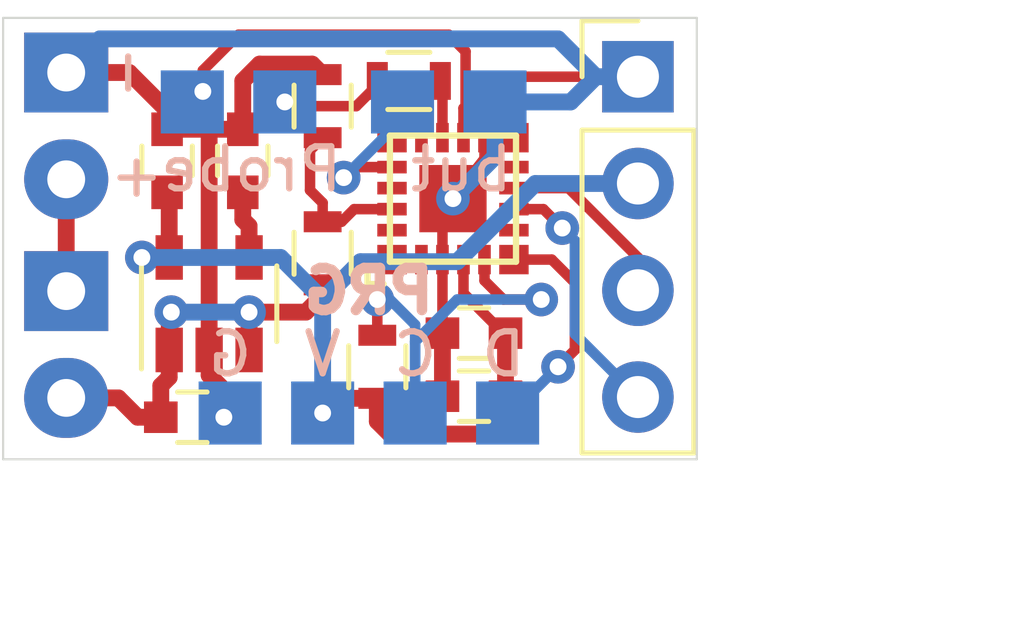
<source format=kicad_pcb>
(kicad_pcb (version 20221018) (generator pcbnew)
  (layers (0 "F.Cu" signal) (31 "B.Cu" signal) (34 "B.Paste" user) (35 "F.Paste" user) (36 "B.SilkS" user "B.Silkscreen") (37 "F.SilkS" user "F.Silkscreen") (38 "B.Mask" user) (39 "F.Mask" user) (44 "Edge.Cuts" user))
  (net 0 "")
  (net 1 "/VIN")
  (net 2 "GND")
  (net 3 "Net-(C2-Pad1)")
  (net 4 "+2V8")
  (net 5 "+BATT")
  (net 6 "/C2D")
  (net 7 "/C2C")
  (net 8 "/SDA")
  (net 9 "/SCL")
  (net 10 "/P-")
  (net 11 "/ANA")
  (net 12 "Net-(R1-Pad2)")
  (net 13 "Net-(R4-Pad2)")
  (net 14 "/BUT")
  (net 15 "Net-(U2-Pad1)")
  (net 16 "Net-(U2-Pad16)")
  (net 17 "Net-(U2-Pad20)")
  (net 18 "Net-(U2-Pad18)")
  (net 19 "Net-(U2-Pad11)")
  (net 20 "Net-(U2-Pad10)")
  (net 21 "Net-(U2-Pad7)")
  (net 22 "Net-(U2-Pad2)")
  (footprint "Capacitors_SMD:C_0603" (layer "F.Cu") (at 130.5 101)
    (fp_text reference "C1" hide)
    (fp_text value "1uf" hide)
    (fp_line (start -0.35 -0.6) (end 0.35 -0.6) (stroke (width 0.12)) (layer "F.SilkS"))
    (fp_line (start 0.35 0.6) (end -0.35 0.6) (stroke (width 0.12)) (layer "F.SilkS"))
    (pad "1" smd rect (at -0.75 0) (size 0.8 0.75) (layers "F.Cu" "F.Paste" "F.Mask") (net 1 "/VIN"))
    (pad "2" smd rect (at 0.75 0) (size 0.8 0.75) (layers "F.Cu" "F.Paste" "F.Mask") (net 2 "GND"))
  )
  (footprint "Capacitors_SMD:C_0603" (layer "F.Cu") (at 129.9 94.9 90)
    (fp_text reference "C3" hide)
    (fp_text value "2uf" hide)
    (fp_line (start -0.35 -0.6) (end 0.35 -0.6) (stroke (width 0.12)) (layer "F.SilkS"))
    (fp_line (start 0.35 0.6) (end -0.35 0.6) (stroke (width 0.12)) (layer "F.SilkS"))
    (pad "1" smd rect (at -0.75 0 90) (size 0.8 0.75) (layers "F.Cu" "F.Paste" "F.Mask") (net 4 "+2V8"))
    (pad "2" smd rect (at 0.75 0 90) (size 0.8 0.75) (layers "F.Cu" "F.Paste" "F.Mask") (net 2 "GND"))
  )
  (footprint "Capacitors_SMD:C_0603" (layer "F.Cu") (at 137.2 99 180)
    (fp_text reference "C4" hide)
    (fp_text value "100n" hide)
    (fp_line (start -0.35 -0.6) (end 0.35 -0.6) (stroke (width 0.12)) (layer "F.SilkS"))
    (fp_line (start 0.35 0.6) (end -0.35 0.6) (stroke (width 0.12)) (layer "F.SilkS"))
    (pad "1" smd rect (at -0.75 0 180) (size 0.8 0.75) (layers "F.Cu" "F.Paste" "F.Mask") (net 4 "+2V8"))
    (pad "2" smd rect (at 0.75 0 180) (size 0.8 0.75) (layers "F.Cu" "F.Paste" "F.Mask") (net 2 "GND"))
  )
  (footprint "Resistors_SMD:R_0603" (layer "F.Cu") (at 133.6 97.1 90)
    (fp_text reference "R1" hide)
    (fp_text value "5.1K" hide)
    (fp_line (start -0.5 -0.68) (end 0.5 -0.68) (stroke (width 0.12)) (layer "F.SilkS"))
    (fp_line (start 0.5 0.68) (end -0.5 0.68) (stroke (width 0.12)) (layer "F.SilkS"))
    (pad "1" smd rect (at -0.75 0 90) (size 0.5 0.9) (layers "F.Cu" "F.Paste" "F.Mask") (net 1 "/VIN"))
    (pad "2" smd rect (at 0.75 0 90) (size 0.5 0.9) (layers "F.Cu" "F.Paste" "F.Mask") (net 12 "Net-(R1-Pad2)"))
  )
  (footprint "Resistors_SMD:R_0603" (layer "F.Cu") (at 133.6 93.6 90)
    (fp_text reference "R2" hide)
    (fp_text value "10K" hide)
    (fp_line (start -0.5 -0.68) (end 0.5 -0.68) (stroke (width 0.12)) (layer "F.SilkS"))
    (fp_line (start 0.5 0.68) (end -0.5 0.68) (stroke (width 0.12)) (layer "F.SilkS"))
    (pad "1" smd rect (at -0.75 0 90) (size 0.5 0.9) (layers "F.Cu" "F.Paste" "F.Mask") (net 12 "Net-(R1-Pad2)"))
    (pad "2" smd rect (at 0.75 0 90) (size 0.5 0.9) (layers "F.Cu" "F.Paste" "F.Mask") (net 2 "GND"))
  )
  (footprint "KiCadCustomLibs:QFN20" (layer "F.Cu") (at 136.7 95.8)
    (fp_text reference "U2" hide)
    (fp_text value "EFM8BB1" hide)
    (fp_line (start -2.032 2.032) (end -2.032 1.651) (stroke (width 0.15)) (layer "F.SilkS"))
    (fp_line (start -1.651 2.032) (end -2.032 2.032) (stroke (width 0.15)) (layer "F.SilkS"))
    (fp_line (start -1.5 -1.5) (end -1.5 1.5) (stroke (width 0.15)) (layer "F.SilkS"))
    (fp_line (start -1.5 1.5) (end 1.5 1.5) (stroke (width 0.15)) (layer "F.SilkS"))
    (fp_line (start 1.5 -1.5) (end -1.5 -1.5) (stroke (width 0.15)) (layer "F.SilkS"))
    (fp_line (start 1.5 1.5) (end 1.5 -1.5) (stroke (width 0.15)) (layer "F.SilkS"))
    (pad "1" smd rect (at -1.45 1.45) (size 0.7 0.7) (layers "F.Cu" "F.Paste" "F.Mask") (net 15 "Net-(U2-Pad1)"))
    (pad "2" smd rect (at -0.75 1.45) (size 0.3 0.7) (layers "F.Cu" "F.Paste" "F.Mask") (net 22 "Net-(U2-Pad2)"))
    (pad "3" smd rect (at -0.25 1.45) (size 0.3 0.7) (layers "F.Cu" "F.Paste" "F.Mask") (net 2 "GND"))
    (pad "4" smd rect (at 0.25 1.45) (size 0.3 0.7) (layers "F.Cu" "F.Paste" "F.Mask") (net 4 "+2V8"))
    (pad "5" smd rect (at 0.75 1.45) (size 0.3 0.7) (layers "F.Cu" "F.Paste" "F.Mask") (net 7 "/C2C"))
    (pad "6" smd rect (at 1.45 1.45) (size 0.7 0.7) (layers "F.Cu" "F.Paste" "F.Mask") (net 6 "/C2D"))
    (pad "7" smd rect (at 1.45 0.75 90) (size 0.3 0.7) (layers "F.Cu" "F.Paste" "F.Mask") (net 21 "Net-(U2-Pad7)"))
    (pad "8" smd rect (at 1.45 0.25 90) (size 0.3 0.7) (layers "F.Cu" "F.Paste" "F.Mask") (net 8 "/SDA"))
    (pad "9" smd rect (at 1.45 -0.25 90) (size 0.3 0.7) (layers "F.Cu" "F.Paste" "F.Mask") (net 9 "/SCL"))
    (pad "10" smd rect (at 1.45 -0.75 90) (size 0.3 0.7) (layers "F.Cu" "F.Paste" "F.Mask") (net 20 "Net-(U2-Pad10)"))
    (pad "11" smd rect (at 1.45 -1.45) (size 0.7 0.7) (layers "F.Cu" "F.Paste" "F.Mask") (net 19 "Net-(U2-Pad11)"))
    (pad "12" smd rect (at 0.75 -1.45) (size 0.3 0.7) (layers "F.Cu" "F.Paste" "F.Mask") (net 2 "GND"))
    (pad "13" smd rect (at 0.25 -1.45) (size 0.3 0.7) (layers "F.Cu" "F.Paste" "F.Mask") (net 10 "/P-"))
    (pad "14" smd rect (at -0.25 -1.45) (size 0.3 0.7) (layers "F.Cu" "F.Paste" "F.Mask") (net 13 "Net-(R4-Pad2)"))
    (pad "15" smd rect (at -0.75 -1.45) (size 0.3 0.7) (layers "F.Cu" "F.Paste" "F.Mask") (net 11 "/ANA"))
    (pad "16" smd rect (at -1.45 -1.45) (size 0.7 0.7) (layers "F.Cu" "F.Paste" "F.Mask") (net 16 "Net-(U2-Pad16)"))
    (pad "17" smd rect (at -1.45 -0.75 90) (size 0.3 0.7) (layers "F.Cu" "F.Paste" "F.Mask") (net 14 "/BUT"))
    (pad "18" smd rect (at -1.45 -0.25 90) (size 0.3 0.7) (layers "F.Cu" "F.Paste" "F.Mask") (net 18 "Net-(U2-Pad18)"))
    (pad "19" smd rect (at -1.45 0.25 90) (size 0.3 0.7) (layers "F.Cu" "F.Paste" "F.Mask") (net 12 "Net-(R1-Pad2)"))
    (pad "20" smd rect (at -1.45 0.75 90) (size 0.3 0.7) (layers "F.Cu" "F.Paste" "F.Mask") (net 17 "Net-(U2-Pad20)"))
    (pad "21" smd rect (at 0 0) (size 1.6 1.6) (layers "F.Cu" "F.Paste" "F.Mask") (net 2 "GND"))
  )
  (footprint "Pin_Headers:Pin_Header_Straight_1x04_Pitch2.54mm" (layer "F.Cu") (at 141.1 92.9)
    (fp_text reference "J3" hide)
    (fp_text value "OLED" hide)
    (fp_line (start -1.33 -1.33) (end 0 -1.33) (stroke (width 0.12)) (layer "F.SilkS"))
    (fp_line (start -1.33 0) (end -1.33 -1.33) (stroke (width 0.12)) (layer "F.SilkS"))
    (fp_line (start -1.33 1.27) (end -1.33 8.95) (stroke (width 0.12)) (layer "F.SilkS"))
    (fp_line (start -1.33 1.27) (end 1.33 1.27) (stroke (width 0.12)) (layer "F.SilkS"))
    (fp_line (start -1.33 8.95) (end 1.33 8.95) (stroke (width 0.12)) (layer "F.SilkS"))
    (fp_line (start 1.33 1.27) (end 1.33 8.95) (stroke (width 0.12)) (layer "F.SilkS"))
    (pad "1" thru_hole rect (at 0 0) (size 1.7 1.7) (drill 1) (layers "*.Cu" "*.Mask") (net 2 "GND"))
    (pad "2" thru_hole oval (at 0 2.54) (size 1.7 1.7) (drill 1) (layers "*.Cu" "*.Mask") (net 4 "+2V8"))
    (pad "3" thru_hole oval (at 0 5.08) (size 1.7 1.7) (drill 1) (layers "*.Cu" "*.Mask") (net 9 "/SCL"))
    (pad "4" thru_hole oval (at 0 7.62) (size 1.7 1.7) (drill 1) (layers "*.Cu" "*.Mask") (net 8 "/SDA"))
  )
  (footprint "Capacitors_SMD:C_0603" (layer "F.Cu") (at 137.2 100.5 180)
    (fp_text reference "C5" hide)
    (fp_text value "2uf" hide)
    (fp_line (start -0.35 -0.6) (end 0.35 -0.6) (stroke (width 0.12)) (layer "F.SilkS"))
    (fp_line (start 0.35 0.6) (end -0.35 0.6) (stroke (width 0.12)) (layer "F.SilkS"))
    (pad "1" smd rect (at -0.75 0 180) (size 0.8 0.75) (layers "F.Cu" "F.Paste" "F.Mask") (net 4 "+2V8"))
    (pad "2" smd rect (at 0.75 0 180) (size 0.8 0.75) (layers "F.Cu" "F.Paste" "F.Mask") (net 2 "GND"))
  )
  (footprint "Resistors_SMD:R_0603" (layer "F.Cu") (at 134.9 99.8 90)
    (fp_text reference "R3" hide)
    (fp_text value "10K" hide)
    (fp_line (start -0.5 -0.68) (end 0.5 -0.68) (stroke (width 0.12)) (layer "F.SilkS"))
    (fp_line (start 0.5 0.68) (end -0.5 0.68) (stroke (width 0.12)) (layer "F.SilkS"))
    (pad "1" smd rect (at -0.75 0 90) (size 0.5 0.9) (layers "F.Cu" "F.Paste" "F.Mask") (net 4 "+2V8"))
    (pad "2" smd rect (at 0.75 0 90) (size 0.5 0.9) (layers "F.Cu" "F.Paste" "F.Mask") (net 7 "/C2C"))
  )
  (footprint "KiCadCustomLibs:Conn_1x02_2.54_0.9mm" (layer "F.Cu") (at 127.5 98)
    (fp_text reference "SW1" hide)
    (fp_text value "ON/OFF" hide)
    (pad "1" thru_hole rect (at 0 0) (size 2 1.9) (drill 0.9) (layers "*.Cu" "*.Mask") (net 5 "+BATT"))
    (pad "2" thru_hole oval (at 0 2.54) (size 2 1.9) (drill 0.9) (layers "*.Cu" "*.Mask") (net 1 "/VIN"))
  )
  (footprint "KiCadCustomLibs:Conn_1x02_2.54_0.9mm" (layer "F.Cu") (at 127.5 92.8)
    (fp_text reference "J1" hide)
    (fp_text value "BAT" hide)
    (pad "1" thru_hole rect (at 0 0) (size 2 1.9) (drill 0.9) (layers "*.Cu" "*.Mask") (net 2 "GND"))
    (pad "2" thru_hole oval (at 0 2.54) (size 2 1.9) (drill 0.9) (layers "*.Cu" "*.Mask") (net 5 "+BATT"))
  )
  (footprint "Capacitors_SMD:C_0603" (layer "F.Cu") (at 131.7 94.9 90)
    (fp_text reference "C2" hide)
    (fp_text value "470p" hide)
    (fp_line (start -0.35 -0.6) (end 0.35 -0.6) (stroke (width 0.12)) (layer "F.SilkS"))
    (fp_line (start 0.35 0.6) (end -0.35 0.6) (stroke (width 0.12)) (layer "F.SilkS"))
    (pad "1" smd rect (at -0.75 0 90) (size 0.8 0.75) (layers "F.Cu" "F.Paste" "F.Mask") (net 3 "Net-(C2-Pad1)"))
    (pad "2" smd rect (at 0.75 0 90) (size 0.8 0.75) (layers "F.Cu" "F.Paste" "F.Mask") (net 2 "GND"))
  )
  (footprint "TO_SOT_Packages_SMD:SOT-23-5" (layer "F.Cu") (at 130.9 98.3 90)
    (fp_text reference "U1" hide)
    (fp_text value "MIC5219-2.8" hide)
    (fp_line (start -0.9 1.61) (end 0.9 1.61) (stroke (width 0.12)) (layer "F.SilkS"))
    (fp_line (start 0.9 -1.61) (end -1.55 -1.61) (stroke (width 0.12)) (layer "F.SilkS"))
    (pad "1" smd rect (at -1.1 -0.95 90) (size 1.06 0.65) (layers "F.Cu" "F.Paste" "F.Mask") (net 1 "/VIN"))
    (pad "2" smd rect (at -1.1 0 90) (size 1.06 0.65) (layers "F.Cu" "F.Paste" "F.Mask") (net 2 "GND"))
    (pad "3" smd rect (at -1.1 0.95 90) (size 1.06 0.65) (layers "F.Cu" "F.Paste" "F.Mask") (net 1 "/VIN"))
    (pad "4" smd rect (at 1.1 0.95 90) (size 1.06 0.65) (layers "F.Cu" "F.Paste" "F.Mask") (net 3 "Net-(C2-Pad1)"))
    (pad "5" smd rect (at 1.1 -0.95 90) (size 1.06 0.65) (layers "F.Cu" "F.Paste" "F.Mask") (net 4 "+2V8"))
  )
  (footprint "Resistors_SMD:R_0603" (layer "F.Cu") (at 135.65 93)
    (fp_text reference "R4" hide)
    (fp_text value "1K" hide)
    (fp_line (start -0.5 -0.68) (end 0.5 -0.68) (stroke (width 0.12)) (layer "F.SilkS"))
    (fp_line (start 0.5 0.68) (end -0.5 0.68) (stroke (width 0.12)) (layer "F.SilkS"))
    (pad "1" smd rect (at -0.75 0) (size 0.5 0.9) (layers "F.Cu" "F.Paste" "F.Mask") (net 11 "/ANA"))
    (pad "2" smd rect (at 0.75 0) (size 0.5 0.9) (layers "F.Cu" "F.Paste" "F.Mask") (net 13 "Net-(R4-Pad2)"))
  )
  (footprint "KiCadCustomLibs:POWER2PIN_2" (layer "B.Cu") (at 136.9 100.9 180)
    (fp_text reference "J2" hide)
    (fp_text value "PRG" (at 2.2 2.9) (layer "B.SilkS") (effects (font (thickness 0.25)) (justify mirror)))
    (pad "1" smd rect (at -1.1 0 180) (size 1.5 1.5) (layers "B.Cu" "B.Paste" "B.Mask") (net 6 "/C2D"))
    (pad "2" smd rect (at 1.1 0 180) (size 1.5 1.5) (layers "B.Cu" "B.Paste" "B.Mask") (net 7 "/C2C"))
  )
  (footprint "KiCadCustomLibs:POWER2PIN_2" (layer "B.Cu") (at 136.6 93.5)
    (fp_text reference "SW2" hide)
    (fp_text value "but" (at 0.3 1.6) (layer "B.SilkS") (effects (justify mirror)))
    (pad "1" smd rect (at -1.1 0) (size 1.5 1.5) (layers "B.Cu" "B.Paste" "B.Mask") (net 14 "/BUT"))
    (pad "2" smd rect (at 1.1 0) (size 1.5 1.5) (layers "B.Cu" "B.Paste" "B.Mask") (net 2 "GND"))
  )
  (footprint "KiCadCustomLibs:POWER2PIN_2" (layer "B.Cu") (at 131.6 93.5)
    (fp_text reference "J4" hide)
    (fp_text value "Probe" (at 0.3 1.6) (layer "B.SilkS") (effects (justify mirror)))
    (pad "1" smd rect (at -1.1 0) (size 1.5 1.5) (layers "B.Cu" "B.Paste" "B.Mask") (net 10 "/P-"))
    (pad "2" smd rect (at 1.1 0) (size 1.5 1.5) (layers "B.Cu" "B.Paste" "B.Mask") (net 11 "/ANA"))
  )
  (footprint "KiCadCustomLibs:POWER2PIN_2" (layer "B.Cu") (at 132.5 100.9)
    (fp_text reference "J5" hide)
    (fp_text value "PRG_PWR" hide)
    (pad "1" smd rect (at -1.1 0) (size 1.5 1.5) (layers "B.Cu" "B.Paste" "B.Mask") (net 2 "GND"))
    (pad "2" smd rect (at 1.1 0) (size 1.5 1.5) (layers "B.Cu" "B.Paste" "B.Mask") (net 4 "+2V8"))
  )
  (gr_line (start 126 91.5) (end 142.5 91.5) (stroke (width 0.05)) (layer "Edge.Cuts"))
  (gr_line (start 126 102) (end 126 91.5) (stroke (width 0.05)) (layer "Edge.Cuts"))
  (gr_line (start 142.5 102) (end 126 102) (stroke (width 0.05)) (layer "Edge.Cuts"))
  (gr_line (start 142.5 91.5) (end 142.5 102) (stroke (width 0.05)) (layer "Edge.Cuts"))
  (gr_text "C" (at 135.8 99.5) (layer "B.SilkS") (effects (font (size 1 1)) (justify mirror)))
  (gr_text "V" (at 133.6 99.5) (layer "B.SilkS") (effects (font (size 1 1)) (justify mirror)))
  (gr_text "G" (at 131.4 99.5) (layer "B.SilkS") (effects (font (size 1 1)) (justify mirror)))
  (gr_text "-" (at 128.9 92.8 90) (layer "B.SilkS") (effects (font (size 1 1)) (justify mirror)))
  (gr_text "+" (at 129.1 95.3 90) (layer "B.SilkS") (effects (font (size 1 1)) (justify mirror)))
  (gr_text "D" (at 137.9 99.5) (layer "B.SilkS") (effects (font (size 1 1)) (justify mirror)))
  (segment (start 129.2 101) (end 128.74 100.54) (width 0.4) (layer "F.Cu") (net 1))
  (segment (start 129.95 99.4) (end 129.95 100.05) (width 0.4) (layer "F.Cu") (net 1))
  (segment (start 133.6 98.1) (end 133.6 97.85) (width 0.4) (layer "F.Cu") (net 1))
  (segment (start 129.95 100.05) (end 129.75 100.25) (width 0.4) (layer "F.Cu") (net 1))
  (segment (start 133.2 98.5) (end 133.6 98.1) (width 0.4) (layer "F.Cu") (net 1))
  (segment (start 129.75 101) (end 129.2 101) (width 0.4) (layer "F.Cu") (net 1))
  (segment (start 128.74 100.54) (end 127.5 100.54) (width 0.4) (layer "F.Cu") (net 1))
  (segment (start 131.85 99.4) (end 131.85 98.5) (width 0.4) (layer "F.Cu") (net 1))
  (segment (start 129.75 100.25) (end 129.75 101) (width 0.4) (layer "F.Cu") (net 1))
  (segment (start 129.95 98.55) (end 130 98.5) (width 0.4) (layer "F.Cu") (net 1))
  (segment (start 131.85 98.5) (end 133.2 98.5) (width 0.4) (layer "F.Cu") (net 1))
  (segment (start 129.95 99.4) (end 129.95 98.55) (width 0.4) (layer "F.Cu") (net 1))
  (via (at 130 98.5) (size 0.8) (drill 0.4) (layers "F.Cu" "B.Cu") (net 1))
  (via (at 131.85 98.5) (size 0.8) (drill 0.4) (layers "F.Cu" "B.Cu") (net 1))
  (segment (start 131.85 98.55) (end 131.5 98.5) (width 0.4) (layer "B.Cu") (net 1))
  (segment (start 131.5 98.5) (end 130 98.5) (width 0.4) (layer "B.Cu") (net 1))
  (segment (start 131.25 101) (end 131.25 101) (width 0.25) (layer "F.Cu") (net 2))
  (segment (start 129.9 93.7) (end 129.9 94.15) (width 0.4) (layer "F.Cu") (net 2))
  (segment (start 130.9 100) (end 131.25 100.35) (width 0.4) (layer "F.Cu") (net 2))
  (segment (start 129.9 94.15) (end 130.85 94.15) (width 0.4) (layer "F.Cu") (net 2))
  (segment (start 130.9 94.2) (end 130.85 94.15) (width 0.4) (layer "F.Cu") (net 2))
  (segment (start 136.45 99) (end 136.45 100.5) (width 0.4) (layer "F.Cu") (net 2))
  (segment (start 133.6 92.85) (end 133.35 92.6) (width 0.4) (layer "F.Cu") (net 2))
  (segment (start 138.1 92.9) (end 141.1 92.9) (width 0.25) (layer "F.Cu") (net 2))
  (segment (start 130.9 99.4) (end 130.9 100) (width 0.4) (layer "F.Cu") (net 2))
  (segment (start 129 92.8) (end 129.9 93.7) (width 0.4) (layer "F.Cu") (net 2))
  (segment (start 137.45 94.35) (end 137.45 94.85) (width 0.25) (layer "F.Cu") (net 2))
  (segment (start 136.45 96.05) (end 136.7 95.8) (width 0.25) (layer "F.Cu") (net 2))
  (segment (start 137.45 94.35) (end 137.45 93.55) (width 0.25) (layer "F.Cu") (net 2))
  (segment (start 136.45 97.25) (end 136.45 99) (width 0.25) (layer "F.Cu") (net 2))
  (segment (start 127.5 92.8) (end 129 92.8) (width 0.4) (layer "F.Cu") (net 2))
  (segment (start 136.45 97.25) (end 136.45 96.05) (width 0.25) (layer "F.Cu") (net 2))
  (segment (start 130.9 99.4) (end 130.9 94.2) (width 0.4) (layer "F.Cu") (net 2))
  (segment (start 132.1 92.6) (end 131.7 93) (width 0.4) (layer "F.Cu") (net 2))
  (segment (start 131.7 93) (end 131.7 94.15) (width 0.4) (layer "F.Cu") (net 2))
  (segment (start 130.85 94.15) (end 131.7 94.15) (width 0.4) (layer "F.Cu") (net 2))
  (segment (start 133.35 92.6) (end 132.1 92.6) (width 0.4) (layer "F.Cu") (net 2))
  (segment (start 137.45 93.55) (end 138.1 92.9) (width 0.25) (layer "F.Cu") (net 2))
  (segment (start 137.45 94.85) (end 136.7 95.8) (width 0.25) (layer "F.Cu") (net 2))
  (segment (start 131.25 100.35) (end 131.25 101) (width 0.4) (layer "F.Cu") (net 2))
  (via (at 131.25 101) (size 0.8) (drill 0.4) (layers "F.Cu" "B.Cu") (net 2))
  (via (at 136.7 95.8) (size 0.8) (drill 0.4) (layers "F.Cu" "B.Cu") (net 2))
  (segment (start 139.2 92) (end 128.3 92) (width 0.4) (layer "B.Cu") (net 2))
  (segment (start 140.1 92.9) (end 139.2 92) (width 0.4) (layer "B.Cu") (net 2))
  (segment (start 137.7 93.5) (end 139.5 93.5) (width 0.4) (layer "B.Cu") (net 2))
  (segment (start 139.5 93.5) (end 140.1 92.9) (width 0.4) (layer "B.Cu") (net 2))
  (segment (start 141.1 92.9) (end 140.1 92.9) (width 0.4) (layer "B.Cu") (net 2))
  (segment (start 137.7 94.8) (end 136.7 95.8) (width 0.4) (layer "B.Cu") (net 2))
  (segment (start 128.3 92) (end 127.5 92.8) (width 0.4) (layer "B.Cu") (net 2))
  (segment (start 137.7 93.5) (end 137.7 94.8) (width 0.4) (layer "B.Cu") (net 2))
  (segment (start 131.7 96.3) (end 131.7 95.65) (width 0.4) (layer "F.Cu") (net 3))
  (segment (start 131.85 96.45) (end 131.7 96.3) (width 0.4) (layer "F.Cu") (net 3))
  (segment (start 131.85 97.2) (end 131.85 96.45) (width 0.4) (layer "F.Cu") (net 3))
  (segment (start 129.95 95.7) (end 129.9 95.65) (width 0.25) (layer "F.Cu") (net 4))
  (segment (start 137.95 100.5) (end 137.95 100.95) (width 0.4) (layer "F.Cu") (net 4))
  (segment (start 137.5 101.4) (end 135.2 101.4) (width 0.4) (layer "F.Cu") (net 4))
  (segment (start 136.95 98.05) (end 137.9 99) (width 0.25) (layer "F.Cu") (net 4))
  (segment (start 137.95 100.95) (end 137.5 101.4) (width 0.4) (layer "F.Cu") (net 4))
  (segment (start 135.2 101.4) (end 134.9 101.1) (width 0.4) (layer "F.Cu") (net 4))
  (segment (start 129.95 97.2) (end 129.95 95.7) (width 0.4) (layer "F.Cu") (net 4))
  (segment (start 137.95 99) (end 137.95 100.5) (width 0.4) (layer "F.Cu") (net 4))
  (segment (start 129.95 97.2) (end 129.3 97.2) (width 0.4) (layer "F.Cu") (net 4))
  (segment (start 136.95 97.25) (end 136.95 98.05) (width 0.25) (layer "F.Cu") (net 4))
  (segment (start 133.95 100.55) (end 133.6 100.9) (width 0.4) (layer "F.Cu") (net 4))
  (segment (start 134.9 100.55) (end 133.95 100.55) (width 0.4) (layer "F.Cu") (net 4))
  (segment (start 134.9 101.1) (end 134.9 100.55) (width 0.4) (layer "F.Cu") (net 4))
  (segment (start 137.9 99) (end 137.95 99) (width 0.25) (layer "F.Cu") (net 4))
  (via (at 133.6 100.9) (size 0.8) (drill 0.4) (layers "F.Cu" "B.Cu") (net 4))
  (via (at 129.3 97.2) (size 0.8) (drill 0.4) (layers "F.Cu" "B.Cu") (net 4))
  (segment (start 133.6 98.2) (end 133.6 100.9) (width 0.4) (layer "B.Cu") (net 4))
  (segment (start 132.6 97.2) (end 133.6 98.2) (width 0.4) (layer "B.Cu") (net 4))
  (segment (start 129.3 97.2) (end 132.6 97.2) (width 0.4) (layer "B.Cu") (net 4))
  (segment (start 141.1 95.44) (end 138.66 95.44) (width 0.4) (layer "B.Cu") (net 4))
  (segment (start 134.5 97.3) (end 133.6 98.2) (width 0.4) (layer "B.Cu") (net 4))
  (segment (start 136.8 97.3) (end 134.5 97.3) (width 0.4) (layer "B.Cu") (net 4))
  (segment (start 138.66 95.44) (end 136.8 97.3) (width 0.4) (layer "B.Cu") (net 4))
  (segment (start 127.5 95.34) (end 127.5 98) (width 0.4) (layer "F.Cu") (net 5))
  (segment (start 139.6 97.8) (end 139.6 99.4) (width 0.25) (layer "F.Cu") (net 6))
  (segment (start 139.05 97.25) (end 139.6 97.8) (width 0.25) (layer "F.Cu") (net 6))
  (segment (start 138.15 97.25) (end 139.05 97.25) (width 0.25) (layer "F.Cu") (net 6))
  (segment (start 139.6 99.4) (end 139.2 99.8) (width 0.25) (layer "F.Cu") (net 6))
  (via (at 139.2 99.8) (size 0.8) (drill 0.4) (layers "F.Cu" "B.Cu") (net 6))
  (segment (start 138.1 100.9) (end 138 100.9) (width 0.25) (layer "B.Cu") (net 6))
  (segment (start 139.2 99.8) (end 138.1 100.9) (width 0.25) (layer "B.Cu") (net 6))
  (segment (start 137.45 97.25) (end 137.45 97.75) (width 0.25) (layer "F.Cu") (net 7))
  (segment (start 134.9 98.2) (end 134.9 99.05) (width 0.25) (layer "F.Cu") (net 7))
  (segment (start 137.45 97.75) (end 137.9 98.2) (width 0.25) (layer "F.Cu") (net 7))
  (segment (start 137.9 98.2) (end 138.8 98.2) (width 0.25) (layer "F.Cu") (net 7))
  (via (at 138.8 98.2) (size 0.8) (drill 0.4) (layers "F.Cu" "B.Cu") (net 7))
  (via (at 134.9 98.2) (size 0.8) (drill 0.4) (layers "F.Cu" "B.Cu") (net 7))
  (segment (start 136.8 98.2) (end 135.8 99.2) (width 0.25) (layer "B.Cu") (net 7))
  (segment (start 135.8 99.2) (end 135.8 100.9) (width 0.25) (layer "B.Cu") (net 7))
  (segment (start 135.8 98.8) (end 135.2 98.2) (width 0.25) (layer "B.Cu") (net 7))
  (segment (start 135.2 98.2) (end 134.9 98.2) (width 0.25) (layer "B.Cu") (net 7))
  (segment (start 135.8 100.9) (end 135.8 98.8) (width 0.25) (layer "B.Cu") (net 7))
  (segment (start 138.8 98.2) (end 136.8 98.2) (width 0.25) (layer "B.Cu") (net 7))
  (segment (start 138.85 96.05) (end 139.3 96.5) (width 0.25) (layer "F.Cu") (net 8))
  (segment (start 138.15 96.05) (end 138.85 96.05) (width 0.25) (layer "F.Cu") (net 8))
  (via (at 139.3 96.5) (size 0.8) (drill 0.4) (layers "F.Cu" "B.Cu") (net 8))
  (segment (start 139.6 96.8) (end 139.6 99.02) (width 0.25) (layer "B.Cu") (net 8))
  (segment (start 139.6 99.02) (end 141.1 100.52) (width 0.25) (layer "B.Cu") (net 8))
  (segment (start 139.3 96.5) (end 139.6 96.8) (width 0.25) (layer "B.Cu") (net 8))
  (segment (start 138.15 95.55) (end 139.45 95.55) (width 0.25) (layer "F.Cu") (net 9))
  (segment (start 141.1 97.2) (end 141.1 97.98) (width 0.25) (layer "F.Cu") (net 9))
  (segment (start 139.45 95.55) (end 141.1 97.2) (width 0.25) (layer "F.Cu") (net 9))
  (segment (start 130.75 93.25) (end 130.75 92.75) (width 0.25) (layer "F.Cu") (net 10))
  (segment (start 137 93.6) (end 136.95 93.65) (width 0.25) (layer "F.Cu") (net 10))
  (segment (start 130.75 92.75) (end 131.6 91.9) (width 0.25) (layer "F.Cu") (net 10))
  (segment (start 136.95 93.65) (end 136.95 94.35) (width 0.25) (layer "F.Cu") (net 10))
  (segment (start 137 92.3) (end 137 93.6) (width 0.25) (layer "F.Cu") (net 10))
  (segment (start 136.6 91.9) (end 137 92.3) (width 0.25) (layer "F.Cu") (net 10))
  (segment (start 131.6 91.9) (end 136.6 91.9) (width 0.25) (layer "F.Cu") (net 10))
  (via (at 130.75 93.25) (size 0.8) (drill 0.4) (layers "F.Cu" "B.Cu") (net 10))
  (segment (start 134.9 93) (end 134.9 93.1) (width 0.25) (layer "F.Cu") (net 11))
  (segment (start 134.9 93.1) (end 134.4 93.6) (width 0.25) (layer "F.Cu") (net 11))
  (segment (start 135.2 93) (end 134.9 93) (width 0.25) (layer "F.Cu") (net 11))
  (segment (start 135.95 94.35) (end 135.95 93.75) (width 0.25) (layer "F.Cu") (net 11))
  (segment (start 134.4 93.6) (end 132.8 93.6) (width 0.25) (layer "F.Cu") (net 11))
  (segment (start 132.8 93.6) (end 132.7 93.5) (width 0.25) (layer "F.Cu") (net 11))
  (segment (start 135.95 93.75) (end 135.2 93) (width 0.25) (layer "F.Cu") (net 11))
  (via (at 132.7 93.5) (size 0.8) (drill 0.4) (layers "F.Cu" "B.Cu") (net 11))
  (segment (start 133.3 94.65) (end 133.6 94.35) (width 0.25) (layer "F.Cu") (net 12))
  (segment (start 135.25 96.05) (end 134.35 96.05) (width 0.25) (layer "F.Cu") (net 12))
  (segment (start 134.05 96.35) (end 133.6 96.35) (width 0.25) (layer "F.Cu") (net 12))
  (segment (start 133.6 95.9) (end 133.3 95.6) (width 0.25) (layer "F.Cu") (net 12))
  (segment (start 133.6 96.35) (end 133.6 95.9) (width 0.25) (layer "F.Cu") (net 12))
  (segment (start 133.3 95.6) (end 133.3 94.65) (width 0.25) (layer "F.Cu") (net 12))
  (segment (start 134.35 96.05) (end 134.05 96.35) (width 0.25) (layer "F.Cu") (net 12))
  (segment (start 136.45 93.05) (end 136.4 93) (width 0.25) (layer "F.Cu") (net 13))
  (segment (start 136.45 94.35) (end 136.45 93.05) (width 0.25) (layer "F.Cu") (net 13))
  (segment (start 134.35 95.05) (end 134.1 95.3) (width 0.25) (layer "F.Cu") (net 14))
  (segment (start 135.25 95.05) (end 134.35 95.05) (width 0.25) (layer "F.Cu") (net 14))
  (via (at 134.1 95.3) (size 0.8) (drill 0.4) (layers "F.Cu" "B.Cu") (net 14))
  (segment (start 134.1 95.3) (end 135.5 93.9) (width 0.25) (layer "B.Cu") (net 14))
  (segment (start 135.5 93.9) (end 135.5 93.5) (width 0.25) (layer "B.Cu") (net 14))
)
</source>
